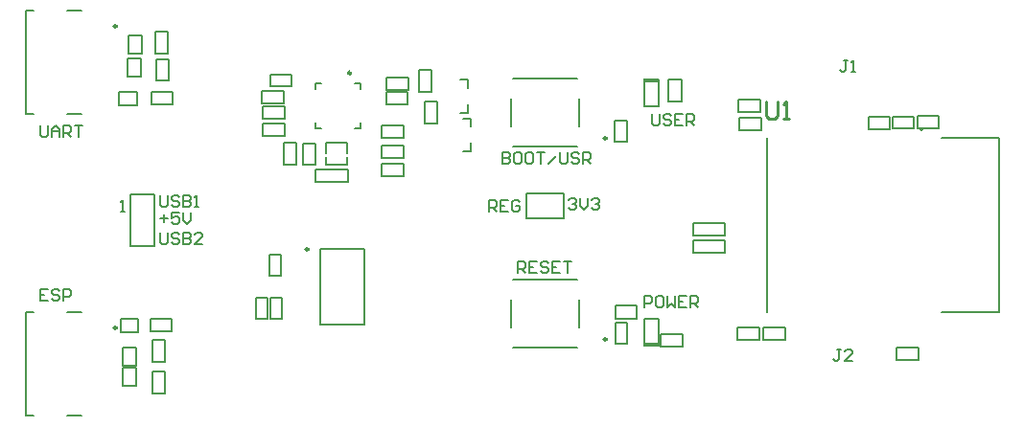
<source format=gto>
G04*
G04 #@! TF.GenerationSoftware,Altium Limited,Altium Designer,24.5.2 (23)*
G04*
G04 Layer_Color=65535*
%FSLAX25Y25*%
%MOIN*%
G70*
G04*
G04 #@! TF.SameCoordinates,F3A3955B-CDAA-4A41-8258-469B26568034*
G04*
G04*
G04 #@! TF.FilePolarity,Positive*
G04*
G01*
G75*
%ADD10C,0.00787*%
%ADD11C,0.00984*%
%ADD12C,0.00600*%
%ADD13C,0.00500*%
%ADD14C,0.01000*%
%ADD15R,0.05600X0.01456*%
D10*
X313760Y104114D02*
G03*
X313760Y104114I-394J0D01*
G01*
X155459Y118554D02*
Y121409D01*
X152900D02*
X155459D01*
Y109991D02*
Y112846D01*
X152900Y109991D02*
X155459D01*
X154042Y96551D02*
X156601D01*
Y99405D01*
X154042Y107968D02*
X156601D01*
Y105114D02*
Y107968D01*
X116437Y120333D02*
X118405D01*
Y118364D02*
Y120333D01*
X102657D02*
X104626D01*
X102657Y118364D02*
Y120333D01*
X116437Y104585D02*
X118405D01*
Y106553D01*
X102657Y104585D02*
X104626D01*
X102657D02*
Y106553D01*
X194311Y105177D02*
Y114823D01*
X171378Y121811D02*
X193622D01*
X170689Y105177D02*
Y114823D01*
X171378Y98189D02*
X193622D01*
X194311Y35177D02*
Y44823D01*
X171378Y51811D02*
X193622D01*
X170689Y35177D02*
Y44823D01*
X171378Y28189D02*
X193622D01*
X1811Y4508D02*
X4665D01*
X16280D02*
X21201D01*
X1811D02*
Y40492D01*
X4665D01*
X16280D02*
X21201D01*
X1811Y109508D02*
X4665D01*
X16280D02*
X21201D01*
X1811D02*
Y145492D01*
X4665D01*
X16280D02*
X21201D01*
X104323Y36211D02*
Y62589D01*
X119677Y36211D02*
Y62589D01*
X104323D02*
X119677D01*
X104323Y36211D02*
X119677D01*
D11*
X114961Y123818D02*
G03*
X114961Y123818I-492J0D01*
G01*
X203858Y101142D02*
G03*
X203858Y101142I-492J0D01*
G01*
Y31142D02*
G03*
X203858Y31142I-492J0D01*
G01*
X33504Y35079D02*
G03*
X33504Y35079I-492J0D01*
G01*
Y140079D02*
G03*
X33504Y140079I-492J0D01*
G01*
X100189Y62392D02*
G03*
X100189Y62392I-492J0D01*
G01*
D12*
X34400Y117300D02*
X40600D01*
Y112700D02*
Y117300D01*
X34400Y112700D02*
X40600D01*
X34400D02*
Y117300D01*
X206800Y42800D02*
X214400D01*
Y38400D02*
Y42800D01*
X206800Y38400D02*
X214400D01*
X206800D02*
Y42800D01*
X222600Y28500D02*
Y32900D01*
Y28500D02*
X230200D01*
Y32900D01*
X222600D02*
X230200D01*
X37400Y122600D02*
X42000D01*
Y128800D01*
X37400D02*
X42000D01*
X37400Y122600D02*
Y128800D01*
X244999Y67300D02*
Y71700D01*
X237399D02*
X244999D01*
X237399Y67300D02*
X244999D01*
X138500Y117300D02*
X142900D01*
Y124900D01*
X138500D02*
X142900D01*
X138500Y117300D02*
Y124900D01*
X140700Y106200D02*
X145100D01*
Y113800D01*
X140700D02*
X145100D01*
X140700Y106200D02*
Y113800D01*
X244999Y61300D02*
Y65700D01*
X237399D02*
X244999D01*
X237399Y61300D02*
X244999D01*
X256799Y31000D02*
Y35400D01*
X249199D02*
X256799D01*
X249199Y31000D02*
Y35400D01*
Y31000D02*
X256799D01*
X294800Y104400D02*
Y108600D01*
Y104400D02*
X302200D01*
Y108600D01*
X294800D02*
X302200D01*
X310600Y104500D02*
Y108700D01*
X303200D02*
X310600D01*
X303200Y104500D02*
Y108700D01*
Y104500D02*
X310600D01*
X134700Y112900D02*
Y117100D01*
X127300D02*
X134700D01*
X127300Y112900D02*
Y117100D01*
Y112900D02*
X134700D01*
X84400Y102000D02*
Y106200D01*
Y102000D02*
X91800D01*
Y106200D01*
X84400D02*
X91800D01*
X34900Y38300D02*
X41100D01*
Y33700D02*
Y38300D01*
X34900Y33700D02*
X41100D01*
X34900D02*
Y38300D01*
X40300Y21900D02*
Y28100D01*
X35700Y21900D02*
X40300D01*
X35700D02*
Y28100D01*
X40300D01*
X35700Y14900D02*
Y21100D01*
X40300D01*
Y14900D02*
Y21100D01*
X35700Y14900D02*
X40300D01*
X102700Y90200D02*
X110300D01*
X102700Y85800D02*
X110300D01*
X102700D02*
Y90200D01*
X106200Y85800D02*
X113800D01*
X106200Y90200D02*
X113800D01*
Y85800D02*
Y90200D01*
X106200Y96000D02*
Y99500D01*
X113600D01*
Y96000D02*
Y99500D01*
X106300Y91900D02*
X113700D01*
X106300D02*
Y94500D01*
X113700Y91900D02*
Y94500D01*
X45607Y112900D02*
X53007D01*
X45607D02*
Y117100D01*
X53007D01*
Y112900D02*
Y117100D01*
X127200Y117800D02*
X134800D01*
X127200D02*
Y122200D01*
X134800D01*
Y117800D02*
Y122200D01*
X84200Y112200D02*
X91800D01*
Y107800D02*
Y112200D01*
X84200Y107800D02*
X91800D01*
X84200D02*
Y112200D01*
X125700Y105700D02*
X133300D01*
Y101300D02*
Y105700D01*
X125700Y101300D02*
X133300D01*
X125700D02*
Y105700D01*
X84100Y117600D02*
X91700D01*
Y113200D02*
Y117600D01*
X84100Y113200D02*
X91700D01*
X84100D02*
Y117600D01*
X304707Y28100D02*
X312107D01*
Y23900D02*
Y28100D01*
X304707Y23900D02*
X312107D01*
X304707D02*
Y28100D01*
X91700Y91900D02*
Y99500D01*
X96100D01*
Y91900D02*
Y99500D01*
X91700Y91900D02*
X96100D01*
X311800Y104600D02*
X319200D01*
X311800D02*
Y108800D01*
X319200D01*
Y104600D02*
Y108800D01*
X125700Y92200D02*
X133300D01*
Y87800D02*
Y92200D01*
X125700Y87800D02*
X133300D01*
X125700D02*
Y92200D01*
X229800Y113900D02*
Y121500D01*
X225400Y113900D02*
X229800D01*
X225400D02*
Y121500D01*
X229800D01*
X98400Y91900D02*
Y99300D01*
X102600D01*
Y91900D02*
Y99300D01*
X98400Y91900D02*
X102600D01*
X37700Y136820D02*
X42300D01*
X37700Y130621D02*
Y136820D01*
Y130621D02*
X42300D01*
Y136820D01*
X216800Y29000D02*
Y38400D01*
X221800D01*
Y29000D02*
Y38400D01*
X216800Y29000D02*
X221800D01*
Y112270D02*
Y121670D01*
X216800Y112270D02*
X221800D01*
X216800D02*
Y121670D01*
X221800D01*
X87000Y123300D02*
X94400D01*
Y119100D02*
Y123300D01*
X87000Y119100D02*
X94400D01*
X87000D02*
Y123300D01*
X46800Y130700D02*
Y138300D01*
X51200D01*
Y130700D02*
Y138300D01*
X46800Y130700D02*
X51200D01*
X51700Y121100D02*
Y128700D01*
X47300Y121100D02*
X51700D01*
X47300D02*
Y128700D01*
X51700D01*
X125700Y98700D02*
X133300D01*
Y94300D02*
Y98700D01*
X125700Y94300D02*
X133300D01*
X125700D02*
Y98700D01*
X45300Y33900D02*
X52700D01*
X45300D02*
Y38100D01*
X52700D01*
Y33900D02*
Y38100D01*
X91100D02*
Y45500D01*
X86900Y38100D02*
X91100D01*
X86900D02*
Y45500D01*
X91100D01*
X86100Y38200D02*
Y45600D01*
X81900Y38200D02*
X86100D01*
X81900D02*
Y45600D01*
X86100D01*
X86500Y53300D02*
Y60700D01*
X90700D01*
Y53300D02*
Y60700D01*
X86500Y53300D02*
X90700D01*
X45800Y23200D02*
Y30800D01*
X50200D01*
Y23200D02*
Y30800D01*
X45800Y23200D02*
X50200D01*
Y12200D02*
Y19800D01*
X45800Y12200D02*
X50200D01*
X45800D02*
Y19800D01*
X50200D01*
X258199Y30800D02*
X265799D01*
X258199D02*
Y35200D01*
X265799D01*
Y30800D02*
Y35200D01*
X249700Y114700D02*
X257300D01*
Y110300D02*
Y114700D01*
X249700Y110300D02*
X257300D01*
X249700D02*
Y114700D01*
X249901Y108200D02*
X257501D01*
Y103800D02*
Y108200D01*
X249901Y103800D02*
X257501D01*
X249901D02*
Y108200D01*
X206800Y29600D02*
Y37000D01*
X211000D01*
Y29600D02*
Y37000D01*
X206800Y29600D02*
X211000D01*
X234001Y71700D02*
X241601D01*
X234001Y67300D02*
X241601D01*
X234001D02*
Y71700D01*
Y65700D02*
X241601D01*
X234001Y61300D02*
X241601D01*
X234001D02*
Y65700D01*
X206700Y99900D02*
Y107300D01*
X210900D01*
Y99900D02*
Y107300D01*
X206700Y99900D02*
X210900D01*
X38250Y81500D02*
X46750D01*
Y63500D02*
Y81500D01*
X38250Y63500D02*
X46750D01*
X38250D02*
Y81500D01*
X189000Y73250D02*
Y81750D01*
X176000D02*
X189000D01*
X176000Y73250D02*
X189000D01*
X176000D02*
Y81750D01*
X287766Y128099D02*
X286433D01*
X287099D01*
Y124767D01*
X286433Y124100D01*
X285766D01*
X285100Y124767D01*
X289099Y124100D02*
X290432D01*
X289765D01*
Y128099D01*
X289099Y127432D01*
X217100Y42100D02*
Y46099D01*
X219099D01*
X219766Y45432D01*
Y44099D01*
X219099Y43433D01*
X217100D01*
X223098Y46099D02*
X221765D01*
X221099Y45432D01*
Y42766D01*
X221765Y42100D01*
X223098D01*
X223764Y42766D01*
Y45432D01*
X223098Y46099D01*
X225097D02*
Y42100D01*
X226430Y43433D01*
X227763Y42100D01*
Y46099D01*
X231762D02*
X229096D01*
Y42100D01*
X231762D01*
X229096Y44099D02*
X230429D01*
X233095Y42100D02*
Y46099D01*
X235094D01*
X235761Y45432D01*
Y44099D01*
X235094Y43433D01*
X233095D01*
X234428D02*
X235761Y42100D01*
X219600Y109599D02*
Y106266D01*
X220266Y105600D01*
X221599D01*
X222266Y106266D01*
Y109599D01*
X226265Y108932D02*
X225598Y109599D01*
X224265D01*
X223599Y108932D01*
Y108266D01*
X224265Y107599D01*
X225598D01*
X226265Y106933D01*
Y106266D01*
X225598Y105600D01*
X224265D01*
X223599Y106266D01*
X230263Y109599D02*
X227597D01*
Y105600D01*
X230263D01*
X227597Y107599D02*
X228930D01*
X231596Y105600D02*
Y109599D01*
X233595D01*
X234262Y108932D01*
Y107599D01*
X233595Y106933D01*
X231596D01*
X232929D02*
X234262Y105600D01*
X173100Y54100D02*
Y58099D01*
X175099D01*
X175766Y57432D01*
Y56099D01*
X175099Y55433D01*
X173100D01*
X174433D02*
X175766Y54100D01*
X179764Y58099D02*
X177099D01*
Y54100D01*
X179764D01*
X177099Y56099D02*
X178432D01*
X183763Y57432D02*
X183097Y58099D01*
X181764D01*
X181097Y57432D01*
Y56766D01*
X181764Y56099D01*
X183097D01*
X183763Y55433D01*
Y54766D01*
X183097Y54100D01*
X181764D01*
X181097Y54766D01*
X187762Y58099D02*
X185096D01*
Y54100D01*
X187762D01*
X185096Y56099D02*
X186429D01*
X189095Y58099D02*
X191761D01*
X190428D01*
Y54100D01*
X167600Y96099D02*
Y92100D01*
X169599D01*
X170266Y92766D01*
Y93433D01*
X169599Y94099D01*
X167600D01*
X169599D01*
X170266Y94766D01*
Y95432D01*
X169599Y96099D01*
X167600D01*
X173598D02*
X172265D01*
X171599Y95432D01*
Y92766D01*
X172265Y92100D01*
X173598D01*
X174265Y92766D01*
Y95432D01*
X173598Y96099D01*
X177597D02*
X176264D01*
X175597Y95432D01*
Y92766D01*
X176264Y92100D01*
X177597D01*
X178263Y92766D01*
Y95432D01*
X177597Y96099D01*
X179596D02*
X182262D01*
X180929D01*
Y92100D01*
X183595D02*
X186261Y94766D01*
X187594Y96099D02*
Y92766D01*
X188260Y92100D01*
X189593D01*
X190259Y92766D01*
Y96099D01*
X194258Y95432D02*
X193592Y96099D01*
X192259D01*
X191592Y95432D01*
Y94766D01*
X192259Y94099D01*
X193592D01*
X194258Y93433D01*
Y92766D01*
X193592Y92100D01*
X192259D01*
X191592Y92766D01*
X195591Y92100D02*
Y96099D01*
X197590D01*
X198257Y95432D01*
Y94099D01*
X197590Y93433D01*
X195591D01*
X196924D02*
X198257Y92100D01*
X190600Y79432D02*
X191267Y80099D01*
X192599D01*
X193266Y79432D01*
Y78766D01*
X192599Y78099D01*
X191933D01*
X192599D01*
X193266Y77433D01*
Y76766D01*
X192599Y76100D01*
X191267D01*
X190600Y76766D01*
X194599Y80099D02*
Y77433D01*
X195932Y76100D01*
X197265Y77433D01*
Y80099D01*
X198597Y79432D02*
X199264Y80099D01*
X200597D01*
X201263Y79432D01*
Y78766D01*
X200597Y78099D01*
X199930D01*
X200597D01*
X201263Y77433D01*
Y76766D01*
X200597Y76100D01*
X199264D01*
X198597Y76766D01*
X163100Y75600D02*
Y79599D01*
X165099D01*
X165766Y78932D01*
Y77599D01*
X165099Y76933D01*
X163100D01*
X164433D02*
X165766Y75600D01*
X169764Y79599D02*
X167099D01*
Y75600D01*
X169764D01*
X167099Y77599D02*
X168432D01*
X173763Y78932D02*
X173097Y79599D01*
X171764D01*
X171097Y78932D01*
Y76266D01*
X171764Y75600D01*
X173097D01*
X173763Y76266D01*
Y77599D01*
X172430D01*
X48600Y68099D02*
Y64766D01*
X49266Y64100D01*
X50599D01*
X51266Y64766D01*
Y68099D01*
X55265Y67432D02*
X54598Y68099D01*
X53265D01*
X52599Y67432D01*
Y66766D01*
X53265Y66099D01*
X54598D01*
X55265Y65433D01*
Y64766D01*
X54598Y64100D01*
X53265D01*
X52599Y64766D01*
X56597Y68099D02*
Y64100D01*
X58597D01*
X59263Y64766D01*
Y65433D01*
X58597Y66099D01*
X56597D01*
X58597D01*
X59263Y66766D01*
Y67432D01*
X58597Y68099D01*
X56597D01*
X63262Y64100D02*
X60596D01*
X63262Y66766D01*
Y67432D01*
X62595Y68099D01*
X61263D01*
X60596Y67432D01*
X48600Y73099D02*
X51266D01*
X49933Y74432D02*
Y71766D01*
X55265Y75099D02*
X52599D01*
Y73099D01*
X53932Y73766D01*
X54598D01*
X55265Y73099D01*
Y71766D01*
X54598Y71100D01*
X53265D01*
X52599Y71766D01*
X56597Y75099D02*
Y72433D01*
X57930Y71100D01*
X59263Y72433D01*
Y75099D01*
X48600Y81099D02*
Y77766D01*
X49266Y77100D01*
X50599D01*
X51266Y77766D01*
Y81099D01*
X55265Y80432D02*
X54598Y81099D01*
X53265D01*
X52599Y80432D01*
Y79766D01*
X53265Y79099D01*
X54598D01*
X55265Y78433D01*
Y77766D01*
X54598Y77100D01*
X53265D01*
X52599Y77766D01*
X56597Y81099D02*
Y77100D01*
X58597D01*
X59263Y77766D01*
Y78433D01*
X58597Y79099D01*
X56597D01*
X58597D01*
X59263Y79766D01*
Y80432D01*
X58597Y81099D01*
X56597D01*
X60596Y77100D02*
X61929D01*
X61263D01*
Y81099D01*
X60596Y80432D01*
X9766Y48599D02*
X7100D01*
Y44600D01*
X9766D01*
X7100Y46599D02*
X8433D01*
X13765Y47932D02*
X13098Y48599D01*
X11765D01*
X11099Y47932D01*
Y47266D01*
X11765Y46599D01*
X13098D01*
X13765Y45933D01*
Y45266D01*
X13098Y44600D01*
X11765D01*
X11099Y45266D01*
X15097Y44600D02*
Y48599D01*
X17097D01*
X17763Y47932D01*
Y46599D01*
X17097Y45933D01*
X15097D01*
X7100Y105599D02*
Y102266D01*
X7767Y101600D01*
X9099D01*
X9766Y102266D01*
Y105599D01*
X11099Y101600D02*
Y104266D01*
X12432Y105599D01*
X13765Y104266D01*
Y101600D01*
Y103599D01*
X11099D01*
X15097Y101600D02*
Y105599D01*
X17097D01*
X17763Y104932D01*
Y103599D01*
X17097Y102933D01*
X15097D01*
X16430D02*
X17763Y101600D01*
X19096Y105599D02*
X21762D01*
X20429D01*
Y101600D01*
X285266Y27599D02*
X283933D01*
X284599D01*
Y24266D01*
X283933Y23600D01*
X283266D01*
X282600Y24266D01*
X289264Y23600D02*
X286599D01*
X289264Y26266D01*
Y26932D01*
X288598Y27599D01*
X287265D01*
X286599Y26932D01*
X35100Y75600D02*
X36433D01*
X35766D01*
Y79599D01*
X35100Y78932D01*
D13*
X340236Y40532D02*
Y101161D01*
X320354Y40532D02*
X340236D01*
X259528D02*
Y101161D01*
X320354D02*
X340236D01*
D14*
X259400Y113898D02*
Y108900D01*
X260400Y107900D01*
X262399D01*
X263399Y108900D01*
Y113898D01*
X265398Y107900D02*
X267397D01*
X266398D01*
Y113898D01*
X265398Y112898D01*
D15*
X219300Y29328D02*
D03*
Y121342D02*
D03*
M02*

</source>
